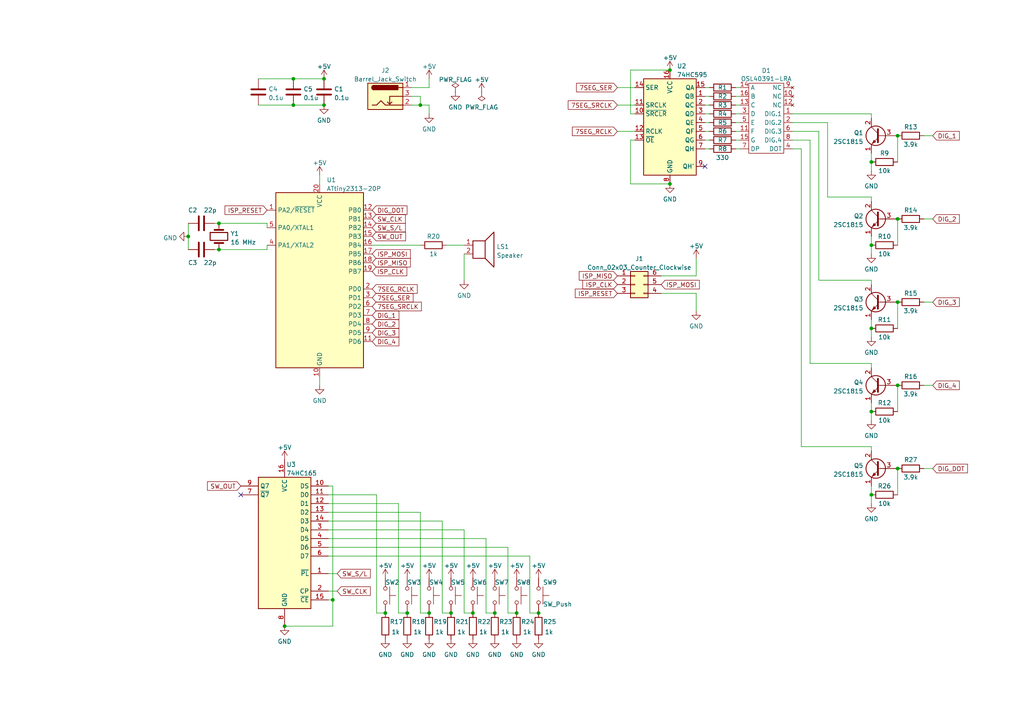
<source format=kicad_sch>
(kicad_sch (version 20211123) (generator eeschema)
  (paper "A4")
  (title_block (title "4Digit 7Segment Clock") (date "2023-06-29") (rev "v0.0.1") (company "shimo8810"))
  (lib_symbols
    (symbol "74xx:74HC165"
      (property "Reference" "U" (at -7.62 19.05 0))
      (property "Value" "74HC165" (at -7.62 -21.59 0))
      (symbol "74HC165_1_0"
        (pin input line (at -12.7 -10.16 0) (length 5.08) (name "~{PL}") (number "1"))
        (pin input line (at -12.7 15.24 0) (length 5.08) (name "DS") (number "10"))
        (pin input line (at -12.7 12.7 0) (length 5.08) (name "D0") (number "11"))
        (pin input line (at -12.7 10.16 0) (length 5.08) (name "D1") (number "12"))
        (pin input line (at -12.7 7.62 0) (length 5.08) (name "D2") (number "13"))
        (pin input line (at -12.7 5.08 0) (length 5.08) (name "D3") (number "14"))
        (pin input line (at -12.7 -17.78 0) (length 5.08) (name "~{CE}") (number "15"))
        (pin power_in line (at 0 22.86 270) (length 5.08) (name "VCC") (number "16"))
        (pin input line (at -12.7 -15.24 0) (length 5.08) (name "CP") (number "2"))
        (pin input line (at -12.7 2.54 0) (length 5.08) (name "D4") (number "3"))
        (pin input line (at -12.7 0 0) (length 5.08) (name "D5") (number "4"))
        (pin input line (at -12.7 -2.54 0) (length 5.08) (name "D6") (number "5"))
        (pin input line (at -12.7 -5.08 0) (length 5.08) (name "D7") (number "6"))
        (pin output line (at 12.7 12.7 180) (length 5.08) (name "~{Q7}") (number "7"))
        (pin power_in line (at 0 -25.4 90) (length 5.08) (name "GND") (number "8"))
        (pin output line (at 12.7 15.24 180) (length 5.08) (name "Q7") (number "9"))
      )
      (symbol "74HC165_1_1"
        (rectangle (start -7.62 17.78) (end 7.62 -20.32) (stroke (width 0.254)) (fill (type background)))
      )
    )
    (symbol "74xx:74HC595"
      (property "Reference" "U" (at -7.62 13.97 0))
      (property "Value" "74HC595" (at -7.62 -16.51 0))
      (symbol "74HC595_1_0"
        (pin tri_state line (at 10.16 7.62 180) (length 2.54) (name "QB") (number "1"))
        (pin input line (at -10.16 2.54 0) (length 2.54) (name "~{SRCLR}") (number "10"))
        (pin input line (at -10.16 5.08 0) (length 2.54) (name "SRCLK") (number "11"))
        (pin input line (at -10.16 -2.54 0) (length 2.54) (name "RCLK") (number "12"))
        (pin input line (at -10.16 -5.08 0) (length 2.54) (name "~{OE}") (number "13"))
        (pin input line (at -10.16 10.16 0) (length 2.54) (name "SER") (number "14"))
        (pin tri_state line (at 10.16 10.16 180) (length 2.54) (name "QA") (number "15"))
        (pin power_in line (at 0 15.24 270) (length 2.54) (name "VCC") (number "16"))
        (pin tri_state line (at 10.16 5.08 180) (length 2.54) (name "QC") (number "2"))
        (pin tri_state line (at 10.16 2.54 180) (length 2.54) (name "QD") (number "3"))
        (pin tri_state line (at 10.16 0 180) (length 2.54) (name "QE") (number "4"))
        (pin tri_state line (at 10.16 -2.54 180) (length 2.54) (name "QF") (number "5"))
        (pin tri_state line (at 10.16 -5.08 180) (length 2.54) (name "QG") (number "6"))
        (pin tri_state line (at 10.16 -7.62 180) (length 2.54) (name "QH") (number "7"))
        (pin power_in line (at 0 -17.78 90) (length 2.54) (name "GND") (number "8"))
        (pin output line (at 10.16 -12.7 180) (length 2.54) (name "QH'") (number "9"))
      )
      (symbol "74HC595_1_1"
        (rectangle (start -7.62 12.7) (end 7.62 -15.24) (stroke (width 0.254)) (fill (type background)))
      )
    )
    (symbol "Connector:Barrel_Jack_Switch" (pin_names hide)
      (property "Reference" "J" (at 0 5.334 0))
      (property "Value" "Barrel_Jack_Switch" (at 0 -5.08 0))
      (symbol "Barrel_Jack_Switch_0_1"
        (rectangle (start -5.08 3.81) (end 5.08 -3.81) (stroke (width 0.254)) (fill (type background)))
        (arc (start -3.302 3.175) (mid -3.937 2.54) (end -3.302 1.905) (stroke (width 0.254)))
        (arc (start -3.302 3.175) (mid -3.937 2.54) (end -3.302 1.905) (stroke (width 0.254)) (fill (type outline)))
        (polyline (pts (xy 1.27 -2.286) (xy 1.905 -1.651)) (stroke (width 0.254)))
        (polyline (pts (xy 5.08 2.54) (xy 3.81 2.54)) (stroke (width 0.254)))
        (polyline (pts (xy 5.08 0) (xy 1.27 0) (xy 1.27 -2.286) (xy 0.635 -1.651)) (stroke (width 0.254)))
        (polyline (pts (xy -3.81 -2.54) (xy -2.54 -2.54) (xy -1.27 -1.27) (xy 0 -2.54) (xy 2.54 -2.54) (xy 5.08 -2.54)) (stroke (width 0.254)))
        (rectangle (start 3.683 3.175) (end -3.302 1.905) (stroke (width 0.254)) (fill (type outline)))
      )
      (symbol "Barrel_Jack_Switch_1_1"
        (pin passive line (at 7.62 2.54 180) (length 2.54) (name "~") (number "1"))
        (pin passive line (at 7.62 -2.54 180) (length 2.54) (name "~") (number "2"))
        (pin passive line (at 7.62 0 180) (length 2.54) (name "~") (number "3"))
      )
    )
    (symbol "Connector_Generic:Conn_02x03_Counter_Clockwise" (pin_names (offset 1.016) hide)
      (property "Reference" "J" (at 1.27 5.08 0))
      (property "Value" "Conn_02x03_Counter_Clockwise" (at 1.27 -5.08 0))
      (symbol "Conn_02x03_Counter_Clockwise_1_1"
        (rectangle (start -1.27 -2.413) (end 0 -2.667) (stroke (width 0.1524)))
        (rectangle (start -1.27 0.127) (end 0 -0.127) (stroke (width 0.1524)))
        (rectangle (start -1.27 2.667) (end 0 2.413) (stroke (width 0.1524)))
        (rectangle (start -1.27 3.81) (end 3.81 -3.81) (stroke (width 0.254)) (fill (type background)))
        (rectangle (start 3.81 -2.413) (end 2.54 -2.667) (stroke (width 0.1524)))
        (rectangle (start 3.81 0.127) (end 2.54 -0.127) (stroke (width 0.1524)))
        (rectangle (start 3.81 2.667) (end 2.54 2.413) (stroke (width 0.1524)))
        (pin passive line (at -5.08 2.54 0) (length 3.81) (name "Pin_1") (number "1"))
        (pin passive line (at -5.08 0 0) (length 3.81) (name "Pin_2") (number "2"))
        (pin passive line (at -5.08 -2.54 0) (length 3.81) (name "Pin_3") (number "3"))
        (pin passive line (at 7.62 -2.54 180) (length 3.81) (name "Pin_4") (number "4"))
        (pin passive line (at 7.62 0 180) (length 3.81) (name "Pin_5") (number "5"))
        (pin passive line (at 7.62 2.54 180) (length 3.81) (name "Pin_6") (number "6"))
      )
    )
    (symbol "Device:C" (pin_numbers hide) (pin_names (offset 0.254))
      (property "Reference" "C" (at 0.635 2.54 0))
      (property "Value" "C" (at 0.635 -2.54 0))
      (symbol "C_0_1"
        (polyline (pts (xy -2.032 -0.762) (xy 2.032 -0.762)) (stroke (width 0.508)))
        (polyline (pts (xy -2.032 0.762) (xy 2.032 0.762)) (stroke (width 0.508)))
      )
      (symbol "C_1_1"
        (pin passive line (at 0 3.81 270) (length 2.794) (name "~") (number "1"))
        (pin passive line (at 0 -3.81 90) (length 2.794) (name "~") (number "2"))
      )
    )
    (symbol "Device:Crystal" (pin_numbers hide) (pin_names (offset 1.016) hide)
      (property "Reference" "Y" (at 0 3.81 0))
      (property "Value" "Crystal" (at 0 -3.81 0))
      (symbol "Crystal_0_1"
        (rectangle (start -1.143 2.54) (end 1.143 -2.54) (stroke (width 0.3048)))
        (polyline (pts (xy -2.54 0) (xy -1.905 0)))
        (polyline (pts (xy -1.905 -1.27) (xy -1.905 1.27)) (stroke (width 0.508)))
        (polyline (pts (xy 1.905 -1.27) (xy 1.905 1.27)) (stroke (width 0.508)))
        (polyline (pts (xy 2.54 0) (xy 1.905 0)))
      )
      (symbol "Crystal_1_1"
        (pin passive line (at -3.81 0 0) (length 1.27) (name "1") (number "1"))
        (pin passive line (at 3.81 0 180) (length 1.27) (name "2") (number "2"))
      )
    )
    (symbol "Device:R" (pin_numbers hide) (pin_names (offset 0))
      (property "Reference" "R" (at 2.032 0 90))
      (property "Value" "R" (at 0 0 90))
      (symbol "R_0_1"
        (rectangle (start -1.016 -2.54) (end 1.016 2.54) (stroke (width 0.254)))
      )
      (symbol "R_1_1"
        (pin passive line (at 0 3.81 270) (length 1.27) (name "~") (number "1"))
        (pin passive line (at 0 -3.81 90) (length 1.27) (name "~") (number "2"))
      )
    )
    (symbol "Device:Speaker" (pin_names (offset 0) hide)
      (property "Reference" "LS" (at 1.27 5.715 0))
      (property "Value" "Speaker" (at 1.27 3.81 0))
      (symbol "Speaker_0_0"
        (rectangle (start -2.54 1.27) (end 1.016 -3.81) (stroke (width 0.254)))
        (polyline (pts (xy 1.016 1.27) (xy 3.556 3.81) (xy 3.556 -6.35) (xy 1.016 -3.81)) (stroke (width 0.254)))
      )
      (symbol "Speaker_1_1"
        (pin input line (at -5.08 0 0) (length 2.54) (name "1") (number "1"))
        (pin input line (at -5.08 -2.54 0) (length 2.54) (name "2") (number "2"))
      )
    )
    (symbol "MCU_Microchip_ATtiny:ATtiny2313-20P"
      (property "Reference" "U" (at -12.7 26.67 0))
      (property "Value" "ATtiny2313-20P" (at 2.54 -26.67 0))
      (symbol "ATtiny2313-20P_0_1"
        (rectangle (start -12.7 -25.4) (end 12.7 25.4) (stroke (width 0.254)) (fill (type background)))
      )
      (symbol "ATtiny2313-20P_1_1"
        (pin bidirectional line (at -15.24 20.32 0) (length 2.54) (name "PA2/~{RESET}") (number "1"))
        (pin power_in line (at 0 -27.94 90) (length 2.54) (name "GND") (number "10"))
        (pin bidirectional line (at 15.24 -17.78 180) (length 2.54) (name "PD6") (number "11"))
        (pin bidirectional line (at 15.24 20.32 180) (length 2.54) (name "PB0") (number "12"))
        (pin bidirectional line (at 15.24 17.78 180) (length 2.54) (name "PB1") (number "13"))
        (pin bidirectional line (at 15.24 15.24 180) (length 2.54) (name "PB2") (number "14"))
        (pin bidirectional line (at 15.24 12.7 180) (length 2.54) (name "PB3") (number "15"))
        (pin bidirectional line (at 15.24 10.16 180) (length 2.54) (name "PB4") (number "16"))
        (pin bidirectional line (at 15.24 7.62 180) (length 2.54) (name "PB5") (number "17"))
        (pin bidirectional line (at 15.24 5.08 180) (length 2.54) (name "PB6") (number "18"))
        (pin bidirectional line (at 15.24 2.54 180) (length 2.54) (name "PB7") (number "19"))
        (pin bidirectional line (at 15.24 -2.54 180) (length 2.54) (name "PD0") (number "2"))
        (pin power_in line (at 0 27.94 270) (length 2.54) (name "VCC") (number "20"))
        (pin bidirectional line (at 15.24 -5.08 180) (length 2.54) (name "PD1") (number "3"))
        (pin bidirectional line (at -15.24 10.16 0) (length 2.54) (name "PA1/XTAL2") (number "4"))
        (pin bidirectional line (at -15.24 15.24 0) (length 2.54) (name "PA0/XTAL1") (number "5"))
        (pin bidirectional line (at 15.24 -7.62 180) (length 2.54) (name "PD2") (number "6"))
        (pin bidirectional line (at 15.24 -10.16 180) (length 2.54) (name "PD3") (number "7"))
        (pin bidirectional line (at 15.24 -12.7 180) (length 2.54) (name "PD4") (number "8"))
        (pin bidirectional line (at 15.24 -15.24 180) (length 2.54) (name "PD5") (number "9"))
      )
    )
    (symbol "R_1" (pin_numbers hide) (pin_names (offset 0) hide)
      (property "Reference" "R" (at 2.032 0 90))
      (property "Value" "R_1" (at 0 0 90))
      (symbol "R_1_0_1"
        (rectangle (start -1.016 -2.54) (end 1.016 2.54) (stroke (width 0.254)))
      )
      (symbol "R_1_1_1"
        (pin passive line (at 0 3.81 270) (length 1.27) (name "~") (number "1"))
        (pin passive line (at 0 -3.81 90) (length 1.27) (name "~") (number "2"))
      )
    )
    (symbol "Switch:SW_Push" (pin_numbers hide) (pin_names (offset 1.016) hide)
      (property "Reference" "SW" (at 1.27 2.54 0))
      (property "Value" "SW_Push" (at 0 -1.524 0))
      (symbol "SW_Push_0_1"
        (circle (center -2.032 0) (radius 0.508))
        (polyline (pts (xy 0 1.27) (xy 0 3.048)))
        (polyline (pts (xy 2.54 1.27) (xy -2.54 1.27)))
        (circle (center 2.032 0) (radius 0.508))
        (pin passive line (at -5.08 0 0) (length 2.54) (name "1") (number "1"))
        (pin passive line (at 5.08 0 180) (length 2.54) (name "2") (number "2"))
      )
    )
    (symbol "Transistor_BJT:2SC1815" (pin_names (offset 0) hide)
      (property "Reference" "Q" (at 5.08 1.905 0))
      (property "Value" "2SC1815" (at 5.08 0 0))
      (symbol "2SC1815_0_1"
        (polyline (pts (xy 0 0) (xy 0.508 0)))
        (polyline (pts (xy 0.635 0.635) (xy 2.54 2.54)))
        (polyline (pts (xy 0.635 -0.635) (xy 2.54 -2.54) (xy 2.54 -2.54)))
        (polyline (pts (xy 0.635 1.905) (xy 0.635 -1.905) (xy 0.635 -1.905)) (stroke (width 0.508)))
        (polyline (pts (xy 1.27 -1.778) (xy 1.778 -1.27) (xy 2.286 -2.286) (xy 1.27 -1.778) (xy 1.27 -1.778)) (fill (type outline)))
        (circle (center 1.27 0) (radius 2.8194) (stroke (width 0.254)))
      )
      (symbol "2SC1815_1_1"
        (pin passive line (at 2.54 -5.08 90) (length 2.54) (name "E") (number "1"))
        (pin passive line (at 2.54 5.08 270) (length 2.54) (name "C") (number "2"))
        (pin input line (at -5.08 0 0) (length 5.08) (name "B") (number "3"))
      )
    )
    (symbol "clock:OSL40391-LRA"
      (property "Reference" "D" (at 0 11.43 0))
      (property "Value" "OSL40391-LRA" (at 0 -11.43 0))
      (symbol "OSL40391-LRA_0_1"
        (rectangle (start -3.81 10.16) (end 6.35 -10.16) (stroke (width 0.1524)))
      )
      (symbol "OSL40391-LRA_1_1"
        (pin passive line (at 8.89 1.27 180) (length 2.54) (name "DIG.1") (number "1"))
        (pin no_connect line (at 8.89 6.35 180) (length 2.54) (name "NC") (number "10"))
        (pin passive line (at -6.35 -3.81 0) (length 2.54) (name "F") (number "11"))
        (pin no_connect line (at 8.89 3.81 180) (length 2.54) (name "NC") (number "12"))
        (pin passive line (at -6.35 3.81 0) (length 2.54) (name "C") (number "13"))
        (pin passive line (at -6.35 8.89 0) (length 2.54) (name "A") (number "14"))
        (pin passive line (at -6.35 -6.35 0) (length 2.54) (name "G") (number "15"))
        (pin passive line (at -6.35 6.35 0) (length 2.54) (name "B") (number "16"))
        (pin passive line (at 8.89 -1.27 180) (length 2.54) (name "DIG.2") (number "2"))
        (pin passive line (at -6.35 1.27 0) (length 2.54) (name "D") (number "3"))
        (pin passive line (at 8.89 -8.89 180) (length 2.54) (name "DOT") (number "4"))
        (pin passive line (at -6.35 -1.27 0) (length 2.54) (name "E") (number "5"))
        (pin passive line (at 8.89 -3.81 180) (length 2.54) (name "DIG.3") (number "6"))
        (pin passive line (at -6.35 -8.89 0) (length 2.54) (name "DP") (number "7"))
        (pin passive line (at 8.89 -6.35 180) (length 2.54) (name "DIG.4") (number "8"))
        (pin no_connect line (at 8.89 8.89 180) (length 2.54) (name "NC") (number "9"))
      )
    )
    (symbol "power:+5V" (power) (pin_names (offset 0))
      (property "Value" "+5V" (at 0 3.556 0))
      (symbol "+5V_0_1"
        (polyline (pts (xy -0.762 1.27) (xy 0 2.54)))
        (polyline (pts (xy 0 0) (xy 0 2.54)))
        (polyline (pts (xy 0 2.54) (xy 0.762 1.27)))
      )
      (symbol "+5V_1_1"
        (pin power_in line (at 0 0 90) (length 0) hide (name "+5V") (number "1"))
      )
    )
    (symbol "power:GND" (power) (pin_names (offset 0))
      (property "Value" "GND" (at 0 -3.81 0))
      (symbol "GND_0_1"
        (polyline (pts (xy 0 0) (xy 0 -1.27) (xy 1.27 -1.27) (xy 0 -2.54) (xy -1.27 -1.27) (xy 0 -1.27)))
      )
      (symbol "GND_1_1"
        (pin power_in line (at 0 0 270) (length 0) hide (name "GND") (number "1"))
      )
    )
    (symbol "power:PWR_FLAG" (power) (pin_numbers hide) (pin_names (offset 0) hide)
      (property "Value" "PWR_FLAG" (at 0 3.81 0))
      (symbol "PWR_FLAG_0_0"
        (pin power_out line (at 0 0 90) (length 0) (name "pwr") (number "1"))
      )
      (symbol "PWR_FLAG_0_1"
        (polyline (pts (xy 0 0) (xy 0 1.27) (xy -1.016 1.905) (xy 0 2.54) (xy 1.016 1.905) (xy 0 1.27)))
      )
    )
  )
  (junction (at 85.09 30.48))
  (junction (at 149.86 177.8))
  (junction (at 252.73 119.38))
  (junction (at 252.73 46.99))
  (junction (at 121.92 30.48))
  (junction (at 143.51 177.8))
  (junction (at 124.46 177.8))
  (junction (at 85.09 22.86))
  (junction (at 111.76 177.8))
  (junction (at 260.35 111.76))
  (junction (at 63.5 64.77))
  (junction (at 82.55 181.61))
  (junction (at 96.52 173.99))
  (junction (at 260.35 63.5))
  (junction (at 252.73 95.25))
  (junction (at 130.81 177.8))
  (junction (at 156.21 177.8))
  (junction (at 252.73 143.51))
  (junction (at 118.11 177.8))
  (junction (at 137.16 177.8))
  (junction (at 63.5 72.39))
  (junction (at 252.73 71.12))
  (junction (at 194.31 20.32))
  (junction (at 260.35 135.89))
  (junction (at 260.35 87.63))
  (junction (at 194.31 53.34))
  (junction (at 54.61 68.58))
  (junction (at 260.35 39.37))
  (junction (at 93.98 30.48))
  (junction (at 93.98 22.86))
  (no_connect (at 69.85 143.51))
  (no_connect (at 204.47 48.26))
  (wire (pts (xy 77.47 72.39) (xy 63.5 72.39)))
  (wire (pts (xy 182.88 53.34) (xy 194.31 53.34)))
  (wire (pts (xy 252.73 119.38) (xy 252.73 121.92)))
  (wire (pts (xy 95.25 161.29) (xy 153.67 161.29)))
  (wire (pts (xy 204.47 35.56) (xy 205.74 35.56)))
  (wire (pts (xy 213.36 25.4) (xy 214.63 25.4)))
  (wire (pts (xy 252.73 33.02) (xy 252.73 34.29)))
  (wire (pts (xy 229.87 33.02) (xy 252.73 33.02)))
  (wire (pts (xy 252.73 143.51) (xy 252.73 146.05)))
  (wire (pts (xy 213.36 38.1) (xy 214.63 38.1)))
  (wire (pts (xy 267.97 135.89) (xy 270.51 135.89)))
  (wire (pts (xy 260.35 87.63) (xy 260.35 95.25)))
  (wire (pts (xy 54.61 68.58) (xy 54.61 72.39)))
  (wire (pts (xy 229.87 40.64) (xy 234.95 40.64)))
  (wire (pts (xy 153.67 161.29) (xy 153.67 177.8)))
  (wire (pts (xy 267.97 87.63) (xy 270.51 87.63)))
  (wire (pts (xy 95.25 156.21) (xy 140.97 156.21)))
  (wire (pts (xy 96.52 140.97) (xy 96.52 173.99)))
  (wire (pts (xy 201.93 85.09) (xy 201.93 90.17)))
  (wire (pts (xy 201.93 74.93) (xy 201.93 80.01)))
  (wire (pts (xy 115.57 146.05) (xy 115.57 177.8)))
  (wire (pts (xy 267.97 63.5) (xy 270.51 63.5)))
  (wire (pts (xy 237.49 38.1) (xy 237.49 81.28)))
  (wire (pts (xy 237.49 81.28) (xy 252.73 81.28)))
  (wire (pts (xy 252.73 105.41) (xy 252.73 106.68)))
  (wire (pts (xy 240.03 57.15) (xy 252.73 57.15)))
  (wire (pts (xy 119.38 27.94) (xy 121.92 27.94)))
  (wire (pts (xy 95.25 140.97) (xy 96.52 140.97)))
  (wire (pts (xy 149.86 177.8) (xy 147.32 177.8)))
  (wire (pts (xy 182.88 20.32) (xy 194.31 20.32)))
  (wire (pts (xy 96.52 173.99) (xy 95.25 173.99)))
  (wire (pts (xy 213.36 43.18) (xy 214.63 43.18)))
  (wire (pts (xy 252.73 95.25) (xy 252.73 97.79)))
  (wire (pts (xy 95.25 148.59) (xy 121.92 148.59)))
  (wire (pts (xy 137.16 177.8) (xy 134.62 177.8)))
  (wire (pts (xy 213.36 33.02) (xy 214.63 33.02)))
  (wire (pts (xy 182.88 33.02) (xy 182.88 20.32)))
  (wire (pts (xy 92.71 50.8) (xy 92.71 53.34)))
  (wire (pts (xy 82.55 181.61) (xy 96.52 181.61)))
  (wire (pts (xy 213.36 30.48) (xy 214.63 30.48)))
  (wire (pts (xy 179.07 30.48) (xy 184.15 30.48)))
  (wire (pts (xy 252.73 57.15) (xy 252.73 58.42)))
  (wire (pts (xy 63.5 64.77) (xy 77.47 64.77)))
  (wire (pts (xy 109.22 143.51) (xy 109.22 177.8)))
  (wire (pts (xy 252.73 46.99) (xy 252.73 49.53)))
  (wire (pts (xy 119.38 25.4) (xy 124.46 25.4)))
  (wire (pts (xy 140.97 156.21) (xy 140.97 177.8)))
  (wire (pts (xy 96.52 181.61) (xy 96.52 173.99)))
  (wire (pts (xy 204.47 43.18) (xy 205.74 43.18)))
  (wire (pts (xy 118.11 177.8) (xy 115.57 177.8)))
  (wire (pts (xy 124.46 30.48) (xy 124.46 33.02)))
  (wire (pts (xy 121.92 27.94) (xy 121.92 30.48)))
  (wire (pts (xy 97.79 171.45) (xy 95.25 171.45)))
  (wire (pts (xy 62.23 72.39) (xy 63.5 72.39)))
  (wire (pts (xy 260.35 111.76) (xy 260.35 119.38)))
  (wire (pts (xy 95.25 143.51) (xy 109.22 143.51)))
  (wire (pts (xy 252.73 44.45) (xy 252.73 46.99)))
  (wire (pts (xy 95.25 146.05) (xy 115.57 146.05)))
  (wire (pts (xy 128.27 151.13) (xy 128.27 177.8)))
  (wire (pts (xy 134.62 73.66) (xy 134.62 81.28)))
  (wire (pts (xy 252.73 71.12) (xy 252.73 73.66)))
  (wire (pts (xy 77.47 64.77) (xy 77.47 66.04)))
  (wire (pts (xy 260.35 135.89) (xy 260.35 143.51)))
  (wire (pts (xy 179.07 25.4) (xy 184.15 25.4)))
  (wire (pts (xy 85.09 22.86) (xy 93.98 22.86)))
  (wire (pts (xy 95.25 158.75) (xy 147.32 158.75)))
  (wire (pts (xy 232.41 43.18) (xy 232.41 129.54)))
  (wire (pts (xy 124.46 22.86) (xy 124.46 25.4)))
  (wire (pts (xy 252.73 68.58) (xy 252.73 71.12)))
  (wire (pts (xy 213.36 27.94) (xy 214.63 27.94)))
  (wire (pts (xy 260.35 39.37) (xy 260.35 46.99)))
  (wire (pts (xy 129.54 71.12) (xy 134.62 71.12)))
  (wire (pts (xy 267.97 39.37) (xy 270.51 39.37)))
  (wire (pts (xy 204.47 30.48) (xy 205.74 30.48)))
  (wire (pts (xy 182.88 40.64) (xy 182.88 53.34)))
  (wire (pts (xy 252.73 140.97) (xy 252.73 143.51)))
  (wire (pts (xy 267.97 111.76) (xy 270.51 111.76)))
  (wire (pts (xy 62.23 64.77) (xy 63.5 64.77)))
  (wire (pts (xy 234.95 40.64) (xy 234.95 105.41)))
  (wire (pts (xy 213.36 35.56) (xy 214.63 35.56)))
  (wire (pts (xy 182.88 40.64) (xy 184.15 40.64)))
  (wire (pts (xy 232.41 129.54) (xy 252.73 129.54)))
  (wire (pts (xy 252.73 116.84) (xy 252.73 119.38)))
  (wire (pts (xy 179.07 38.1) (xy 184.15 38.1)))
  (wire (pts (xy 204.47 40.64) (xy 205.74 40.64)))
  (wire (pts (xy 201.93 85.09) (xy 191.77 85.09)))
  (wire (pts (xy 54.61 64.77) (xy 54.61 68.58)))
  (wire (pts (xy 156.21 177.8) (xy 153.67 177.8)))
  (wire (pts (xy 119.38 30.48) (xy 121.92 30.48)))
  (wire (pts (xy 204.47 27.94) (xy 205.74 27.94)))
  (wire (pts (xy 95.25 153.67) (xy 134.62 153.67)))
  (wire (pts (xy 134.62 153.67) (xy 134.62 177.8)))
  (wire (pts (xy 201.93 80.01) (xy 191.77 80.01)))
  (wire (pts (xy 92.71 111.76) (xy 92.71 109.22)))
  (wire (pts (xy 252.73 81.28) (xy 252.73 82.55)))
  (wire (pts (xy 97.79 166.37) (xy 95.25 166.37)))
  (wire (pts (xy 85.09 30.48) (xy 93.98 30.48)))
  (wire (pts (xy 111.76 177.8) (xy 109.22 177.8)))
  (wire (pts (xy 147.32 158.75) (xy 147.32 177.8)))
  (wire (pts (xy 213.36 40.64) (xy 214.63 40.64)))
  (wire (pts (xy 95.25 151.13) (xy 128.27 151.13)))
  (wire (pts (xy 204.47 33.02) (xy 205.74 33.02)))
  (wire (pts (xy 184.15 33.02) (xy 182.88 33.02)))
  (wire (pts (xy 107.95 71.12) (xy 121.92 71.12)))
  (wire (pts (xy 234.95 105.41) (xy 252.73 105.41)))
  (wire (pts (xy 74.93 22.86) (xy 85.09 22.86)))
  (wire (pts (xy 229.87 38.1) (xy 237.49 38.1)))
  (wire (pts (xy 252.73 92.71) (xy 252.73 95.25)))
  (wire (pts (xy 121.92 148.59) (xy 121.92 177.8)))
  (wire (pts (xy 77.47 71.12) (xy 77.47 72.39)))
  (wire (pts (xy 240.03 35.56) (xy 240.03 57.15)))
  (wire (pts (xy 204.47 38.1) (xy 205.74 38.1)))
  (wire (pts (xy 124.46 177.8) (xy 121.92 177.8)))
  (wire (pts (xy 229.87 43.18) (xy 232.41 43.18)))
  (wire (pts (xy 74.93 30.48) (xy 85.09 30.48)))
  (wire (pts (xy 204.47 25.4) (xy 205.74 25.4)))
  (wire (pts (xy 121.92 30.48) (xy 124.46 30.48)))
  (wire (pts (xy 130.81 177.8) (xy 128.27 177.8)))
  (wire (pts (xy 143.51 177.8) (xy 140.97 177.8)))
  (wire (pts (xy 229.87 35.56) (xy 240.03 35.56)))
  (wire (pts (xy 260.35 63.5) (xy 260.35 71.12)))
  (wire (pts (xy 252.73 129.54) (xy 252.73 130.81)))
  (global_label "SW_S{slash}L" (shape input) (at 107.95 66.04 0) (property "シート間のリファレンス" "${INTERSHEET_REFS}" (effects hide)))
  (global_label "DIG_1" (shape input) (at 270.51 39.37 0) (property "シート間のリファレンス" "${INTERSHEET_REFS}" (effects hide)))
  (global_label "ISP_MOSI" (shape input) (at 191.77 82.55 0) (property "シート間のリファレンス" "${INTERSHEET_REFS}" (effects hide)))
  (global_label "ISP_RESET" (shape input) (at 179.07 85.09 180) (property "シート間のリファレンス" "${INTERSHEET_REFS}" (effects hide)))
  (global_label "DIG_3" (shape input) (at 270.51 87.63 0) (property "シート間のリファレンス" "${INTERSHEET_REFS}" (effects hide)))
  (global_label "7SEG_SER" (shape input) (at 179.07 25.4 180) (property "シート間のリファレンス" "${INTERSHEET_REFS}" (effects hide)))
  (global_label "7SEG_RCLK" (shape input) (at 107.95 83.82 0) (property "シート間のリファレンス" "${INTERSHEET_REFS}" (effects hide)))
  (global_label "7SEG_SER" (shape input) (at 107.95 86.36 0) (property "シート間のリファレンス" "${INTERSHEET_REFS}" (effects hide)))
  (global_label "SW_CLK" (shape input) (at 97.79 171.45 0) (property "シート間のリファレンス" "${INTERSHEET_REFS}" (effects hide)))
  (global_label "7SEG_SRCLK" (shape input) (at 107.95 88.9 0) (property "シート間のリファレンス" "${INTERSHEET_REFS}" (effects hide)))
  (global_label "SW_OUT" (shape input) (at 107.95 68.58 0) (property "シート間のリファレンス" "${INTERSHEET_REFS}" (effects hide)))
  (global_label "SW_CLK" (shape input) (at 107.95 63.5 0) (property "シート間のリファレンス" "${INTERSHEET_REFS}" (effects hide)))
  (global_label "ISP_CLK" (shape input) (at 107.95 78.74 0) (property "シート間のリファレンス" "${INTERSHEET_REFS}" (effects hide)))
  (global_label "DIG_DOT" (shape input) (at 270.51 135.89 0) (property "シート間のリファレンス" "${INTERSHEET_REFS}" (effects hide)))
  (global_label "ISP_CLK" (shape input) (at 179.07 82.55 180) (property "シート間のリファレンス" "${INTERSHEET_REFS}" (effects hide)))
  (global_label "7SEG_SRCLK" (shape input) (at 179.07 30.48 180) (property "シート間のリファレンス" "${INTERSHEET_REFS}" (effects hide)))
  (global_label "ISP_MISO" (shape input) (at 107.95 76.2 0) (property "シート間のリファレンス" "${INTERSHEET_REFS}" (effects hide)))
  (global_label "DIG_4" (shape input) (at 270.51 111.76 0) (property "シート間のリファレンス" "${INTERSHEET_REFS}" (effects hide)))
  (global_label "DIG_DOT" (shape input) (at 107.95 60.96 0) (property "シート間のリファレンス" "${INTERSHEET_REFS}" (effects hide)))
  (global_label "ISP_MISO" (shape input) (at 179.07 80.01 180) (property "シート間のリファレンス" "${INTERSHEET_REFS}" (effects hide)))
  (global_label "SW_OUT" (shape input) (at 69.85 140.97 180) (property "シート間のリファレンス" "${INTERSHEET_REFS}" (effects hide)))
  (global_label "ISP_MOSI" (shape input) (at 107.95 73.66 0) (property "シート間のリファレンス" "${INTERSHEET_REFS}" (effects hide)))
  (global_label "DIG_4" (shape input) (at 107.95 99.06 0) (property "シート間のリファレンス" "${INTERSHEET_REFS}" (effects hide)))
  (global_label "7SEG_RCLK" (shape input) (at 179.07 38.1 180) (property "シート間のリファレンス" "${INTERSHEET_REFS}" (effects hide)))
  (global_label "DIG_2" (shape input) (at 270.51 63.5 0) (property "シート間のリファレンス" "${INTERSHEET_REFS}" (effects hide)))
  (global_label "ISP_RESET" (shape input) (at 77.47 60.96 180) (property "シート間のリファレンス" "${INTERSHEET_REFS}" (effects hide)))
  (global_label "DIG_2" (shape input) (at 107.95 93.98 0) (property "シート間のリファレンス" "${INTERSHEET_REFS}" (effects hide)))
  (global_label "SW_S{slash}L" (shape input) (at 97.79 166.37 0) (property "シート間のリファレンス" "${INTERSHEET_REFS}" (effects hide)))
  (global_label "DIG_3" (shape input) (at 107.95 96.52 0) (property "シート間のリファレンス" "${INTERSHEET_REFS}" (effects hide)))
  (global_label "DIG_1" (shape input) (at 107.95 91.44 0) (property "シート間のリファレンス" "${INTERSHEET_REFS}" (effects hide)))
  (symbol (lib_id "power:GND") (at 118.11 185.42 0) (unit 1)
    (property "Reference" "#PWR0123" (effects hide))
    (property "Value" "GND" (at 118.11 189.8634 0))
  )
  (symbol (lib_id "power:GND") (at 124.46 33.02 0) (unit 1)
    (property "Reference" "#PWR011" (effects hide))
    (property "Value" "GND" (at 124.46 37.4634 0))
  )
  (symbol (lib_id "Device:R") (at 209.55 25.4 90) (unit 1)
    (property "Reference" "R1" (at 209.55 25.4 90))
    (property "Value" "330" (at 209.55 45.72 90))
    (property "Footprint" "Resistor_THT:R_Axial_DIN0207_L6.3mm_D2.5mm_P7.62mm_Horizontal" (effects hide))
  )
  (symbol (lib_id "power:GND") (at 92.71 111.76 0) (unit 1)
    (property "Reference" "#PWR04" (effects hide))
    (property "Value" "GND" (at 92.71 116.2034 0))
  )
  (symbol (lib_id "74xx:74HC595") (at 194.31 35.56 0) (unit 1)
    (property "Reference" "U2" (at 196.3294 19.1602 0) (effects (justify left)))
    (property "Value" "74HC595" (at 196.3294 21.6971 0) (effects (justify left)))
    (property "Footprint" "Package_DIP:DIP-16_W7.62mm" (effects hide))
    (property "Datasheet" "http://www.ti.com/lit/ds/symlink/sn74hc595.pdf" (effects hide))
  )
  (symbol (lib_id "Transistor_BJT:2SC1815") (at 255.27 111.76 0) (mirror y) (unit 1)
    (property "Reference" "Q4" (at 250.4187 110.9253 0) (effects (justify left)))
    (property "Value" "2SC1815" (at 250.4187 113.4622 0) (effects (justify left)))
    (property "Footprint" "Package_TO_SOT_THT:TO-92_Inline" (effects hide))
    (property "Datasheet" "https://media.digikey.com/pdf/Data%20Sheets/Toshiba%20PDFs/2SC1815.pdf" (effects hide))
  )
  (symbol (lib_id "Device:R") (at 137.16 181.61 0) (unit 1)
    (property "Reference" "R22" (at 138.43 180.34 0) (effects (justify left)))
    (property "Value" "1k" (at 138.938 183.3122 0) (effects (justify left)))
    (property "Footprint" "Resistor_THT:R_Axial_DIN0207_L6.3mm_D2.5mm_P7.62mm_Horizontal" (effects hide))
  )
  (symbol (lib_id "Device:R") (at 143.51 181.61 0) (unit 1)
    (property "Reference" "R23" (at 144.78 180.34 0) (effects (justify left)))
    (property "Value" "1k" (at 145.288 183.3122 0) (effects (justify left)))
    (property "Footprint" "Resistor_THT:R_Axial_DIN0207_L6.3mm_D2.5mm_P7.62mm_Horizontal" (effects hide))
  )
  (symbol (lib_id "Device:R") (at 264.16 87.63 90) (unit 1)
    (property "Reference" "R15" (at 264.16 85.09 90))
    (property "Value" "3.9k" (at 264.16 90.17 90))
    (property "Footprint" "Resistor_THT:R_Axial_DIN0207_L6.3mm_D2.5mm_P7.62mm_Horizontal" (effects hide))
  )
  (symbol (lib_id "Device:R") (at 209.55 27.94 90) (unit 1)
    (property "Reference" "R2" (at 209.55 27.94 90))
    (property "Value" "330" (effects hide))
    (property "Footprint" "Resistor_THT:R_Axial_DIN0207_L6.3mm_D2.5mm_P7.62mm_Horizontal" (effects hide))
  )
  (symbol (lib_id "Device:R") (at 209.55 40.64 90) (unit 1)
    (property "Reference" "R7" (at 209.55 40.64 90))
    (property "Value" "330" (effects hide))
    (property "Footprint" "Resistor_THT:R_Axial_DIN0207_L6.3mm_D2.5mm_P7.62mm_Horizontal" (effects hide))
  )
  (symbol (lib_id "power:+5V") (at 143.51 167.64 0) (unit 1)
    (property "Reference" "#PWR020" (effects hide))
    (property "Value" "+5V" (at 143.51 164.084 0))
  )
  (symbol (lib_id "power:+5V") (at 149.86 167.64 0) (unit 1)
    (property "Reference" "#PWR021" (effects hide))
    (property "Value" "+5V" (at 149.86 164.084 0))
  )
  (symbol (lib_id "power:+5V") (at 124.46 167.64 0) (unit 1)
    (property "Reference" "#PWR016" (effects hide))
    (property "Value" "+5V" (at 124.46 164.084 0))
  )
  (symbol (lib_id "Device:R") (at 118.11 181.61 0) (unit 1)
    (property "Reference" "R18" (at 119.38 180.34 0) (effects (justify left)))
    (property "Value" "1k" (at 119.888 183.3122 0) (effects (justify left)))
    (property "Footprint" "Resistor_THT:R_Axial_DIN0207_L6.3mm_D2.5mm_P7.62mm_Horizontal" (effects hide))
  )
  (symbol (lib_id "Device:R") (at 125.73 71.12 90) (unit 1)
    (property "Reference" "R20" (at 125.73 68.58 90))
    (property "Value" "1k" (at 125.73 73.66 90))
    (property "Footprint" "Resistor_THT:R_Axial_DIN0207_L6.3mm_D2.5mm_P7.62mm_Horizontal" (effects hide))
  )
  (symbol (lib_id "Device:R") (at 156.21 181.61 0) (unit 1)
    (property "Reference" "R25" (at 157.48 180.34 0) (effects (justify left)))
    (property "Value" "1k" (at 157.988 183.3122 0) (effects (justify left)))
    (property "Footprint" "Resistor_THT:R_Axial_DIN0207_L6.3mm_D2.5mm_P7.62mm_Horizontal" (effects hide))
  )
  (symbol (lib_id "Transistor_BJT:2SC1815") (at 255.27 39.37 0) (mirror y) (unit 1)
    (property "Reference" "Q1" (at 250.4187 38.5353 0) (effects (justify left)))
    (property "Value" "2SC1815" (at 250.4187 41.0722 0) (effects (justify left)))
    (property "Footprint" "Package_TO_SOT_THT:TO-92_Inline" (effects hide))
    (property "Datasheet" "https://media.digikey.com/pdf/Data%20Sheets/Toshiba%20PDFs/2SC1815.pdf" (effects hide))
  )
  (symbol (lib_id "power:GND") (at 137.16 185.42 0) (unit 1)
    (property "Reference" "#PWR0112" (effects hide))
    (property "Value" "GND" (at 137.16 189.8634 0))
  )
  (symbol (lib_id "Connector:Barrel_Jack_Switch") (at 111.76 27.94 0) (unit 1)
    (property "Reference" "J2" (at 111.76 20.4302 0))
    (property "Value" "Barrel_Jack_Switch" (at 111.76 22.9671 0))
    (property "Footprint" "Connector_BarrelJack:BarrelJack_Horizontal" (effects hide))
  )
  (symbol (lib_id "Switch:SW_Push") (at 143.51 172.72 270) (unit 1)
    (property "Reference" "SW7" (at 143.51 168.91 90) (effects (justify left)))
    (property "Value" "SW_Push" (effects hide))
    (property "Footprint" "Button_Switch_THT:SW_PUSH_6mm_H5mm" (effects hide))
  )
  (symbol (lib_id "power:GND") (at 201.93 90.17 0) (unit 1)
    (property "Reference" "#PWR03" (effects hide))
    (property "Value" "GND" (at 201.93 94.6134 0))
  )
  (symbol (lib_id "power:GND") (at 149.86 185.42 0) (unit 1)
    (property "Reference" "#PWR0122" (effects hide))
    (property "Value" "GND" (at 149.86 189.8634 0))
  )
  (symbol (lib_id "power:GND") (at 124.46 185.42 0) (unit 1)
    (property "Reference" "#PWR0109" (effects hide))
    (property "Value" "GND" (at 124.46 189.8634 0))
  )
  (symbol (lib_id "power:GND") (at 252.73 73.66 0) (unit 1)
    (property "Reference" "#PWR06" (effects hide))
    (property "Value" "GND" (at 252.73 78.1034 0))
  )
  (symbol (lib_id "power:+5V") (at 201.93 74.93 0) (unit 1)
    (property "Reference" "#PWR024" (effects hide))
    (property "Value" "+5V" (at 201.93 71.374 0))
  )
  (symbol (lib_id "Device:R") (at 264.16 135.89 90) (unit 1)
    (property "Reference" "R27" (at 264.16 133.35 90))
    (property "Value" "3.9k" (at 264.16 138.43 90))
    (property "Footprint" "Resistor_THT:R_Axial_DIN0207_L6.3mm_D2.5mm_P7.62mm_Horizontal" (effects hide))
  )
  (symbol (lib_id "Device:R") (at 149.86 181.61 0) (unit 1)
    (property "Reference" "R24" (at 151.13 180.34 0) (effects (justify left)))
    (property "Value" "1k" (at 151.638 183.3122 0) (effects (justify left)))
    (property "Footprint" "Resistor_THT:R_Axial_DIN0207_L6.3mm_D2.5mm_P7.62mm_Horizontal" (effects hide))
  )
  (symbol (lib_id "Device:R") (at 264.16 63.5 90) (unit 1)
    (property "Reference" "R14" (at 264.16 60.96 90))
    (property "Value" "3.9k" (at 264.16 66.04 90))
    (property "Footprint" "Resistor_THT:R_Axial_DIN0207_L6.3mm_D2.5mm_P7.62mm_Horizontal" (effects hide))
  )
  (symbol (lib_id "power:+5V") (at 118.11 167.64 0) (unit 1)
    (property "Reference" "#PWR014" (effects hide))
    (property "Value" "+5V" (at 118.11 164.084 0))
  )
  (symbol (lib_id "Connector_Generic:Conn_02x03_Counter_Clockwise") (at 184.15 82.55 0) (unit 1)
    (property "Reference" "J1" (at 185.42 75.0402 0))
    (property "Value" "Conn_02x03_Counter_Clockwise" (at 185.42 77.5771 0))
    (property "Footprint" "Connector_PinHeader_2.54mm:PinHeader_2x03_P2.54mm_Vertical" (effects hide))
  )
  (symbol (lib_id "power:GND") (at 134.62 81.28 0) (unit 1)
    (property "Reference" "#PWR0128" (effects hide))
    (property "Value" "GND" (at 134.62 85.7234 0))
  )
  (symbol (lib_id "Device:R") (at 264.16 39.37 90) (unit 1)
    (property "Reference" "R13" (at 264.16 36.83 90))
    (property "Value" "3.9k" (at 264.16 41.91 90))
    (property "Footprint" "Resistor_THT:R_Axial_DIN0207_L6.3mm_D2.5mm_P7.62mm_Horizontal" (effects hide))
  )
  (symbol (lib_id "Device:R") (at 256.54 143.51 90) (unit 1)
    (property "Reference" "R26" (at 256.54 140.97 90))
    (property "Value" "10k" (at 256.54 146.05 90))
    (property "Footprint" "Resistor_THT:R_Axial_DIN0207_L6.3mm_D2.5mm_P7.62mm_Horizontal" (effects hide))
  )
  (symbol (lib_id "power:GND") (at 252.73 146.05 0) (unit 1)
    (property "Reference" "#PWR0104" (effects hide))
    (property "Value" "GND" (at 252.73 150.4934 0))
  )
  (symbol (lib_id "Device:R") (at 130.81 181.61 0) (unit 1)
    (property "Reference" "R21" (at 132.08 180.34 0) (effects (justify left)))
    (property "Value" "1k" (at 132.588 183.3122 0) (effects (justify left)))
    (property "Footprint" "Resistor_THT:R_Axial_DIN0207_L6.3mm_D2.5mm_P7.62mm_Horizontal" (effects hide))
  )
  (symbol (lib_id "Device:R") (at 256.54 95.25 90) (unit 1)
    (property "Reference" "R11" (at 256.54 92.71 90))
    (property "Value" "10k" (at 256.54 97.79 90))
    (property "Footprint" "Resistor_THT:R_Axial_DIN0207_L6.3mm_D2.5mm_P7.62mm_Horizontal" (effects hide))
  )
  (symbol (lib_id "power:GND") (at 130.81 185.42 0) (unit 1)
    (property "Reference" "#PWR0125" (effects hide))
    (property "Value" "GND" (at 130.81 189.8634 0))
  )
  (symbol (lib_id "Device:R") (at 256.54 46.99 90) (unit 1)
    (property "Reference" "R9" (at 256.54 44.45 90))
    (property "Value" "10k" (at 256.54 49.53 90))
    (property "Footprint" "Resistor_THT:R_Axial_DIN0207_L6.3mm_D2.5mm_P7.62mm_Horizontal" (effects hide))
  )
  (symbol (lib_id "power:GND") (at 132.08 26.67 0) (unit 1)
    (property "Reference" "#PWR09" (effects hide))
    (property "Value" "GND" (at 132.08 31.1134 0))
  )
  (symbol (lib_id "power:GND") (at 93.98 30.48 0) (unit 1)
    (property "Reference" "#PWR02" (effects hide))
    (property "Value" "GND" (at 93.98 34.9234 0))
  )
  (symbol (lib_id "power:GND") (at 194.31 53.34 0) (unit 1)
    (property "Reference" "#PWR0103" (effects hide))
    (property "Value" "GND" (at 194.31 57.7834 0))
  )
  (symbol (lib_id "power:+5V") (at 194.31 20.32 0) (unit 1)
    (property "Reference" "#PWR023" (effects hide))
    (property "Value" "+5V" (at 194.31 16.764 0))
  )
  (symbol (lib_id "power:+5V") (at 130.81 167.64 0) (unit 1)
    (property "Reference" "#PWR017" (effects hide))
    (property "Value" "+5V" (at 130.81 164.084 0))
  )
  (symbol (lib_id "Device:C") (at 58.42 64.77 90) (unit 1)
    (property "Reference" "C2" (at 55.88 60.96 90))
    (property "Value" "22p" (at 60.96 60.96 90))
    (property "Footprint" "Capacitor_THT:C_Disc_D3.0mm_W1.6mm_P2.50mm" (effects hide))
  )
  (symbol (lib_id "Switch:SW_Push") (at 124.46 172.72 270) (unit 1)
    (property "Reference" "SW4" (at 124.46 168.91 90) (effects (justify left)))
    (property "Value" "SW_Push" (effects hide))
    (property "Footprint" "Button_Switch_THT:SW_PUSH_6mm_H5mm" (effects hide))
  )
  (symbol (lib_id "Device:R") (at 209.55 35.56 90) (unit 1)
    (property "Reference" "R5" (at 209.55 35.56 90))
    (property "Value" "330" (effects hide))
    (property "Footprint" "Resistor_THT:R_Axial_DIN0207_L6.3mm_D2.5mm_P7.62mm_Horizontal" (effects hide))
  )
  (symbol (lib_id "Device:Speaker") (at 139.7 71.12 0) (unit 1)
    (property "Reference" "LS1" (at 144.018 71.5553 0) (effects (justify left)))
    (property "Value" "Speaker" (at 144.018 74.0922 0) (effects (justify left)))
    (property "Footprint" "Buzzer_Beeper:Buzzer_TDK_PS1240P02BT_D12.2mm_H6.5mm" (effects hide))
  )
  (symbol (lib_id "Device:Crystal") (at 63.5 68.58 270) (unit 1)
    (property "Reference" "Y1" (at 66.8274 67.7453 90) (effects (justify left)))
    (property "Value" "16 MHz" (at 66.8274 70.2822 90) (effects (justify left)))
    (property "Footprint" "Crystal:Crystal_HC18-U_Vertical" (effects hide))
  )
  (symbol (lib_name "R_1") (lib_id "Device:R") (at 209.55 43.18 90) (unit 1)
    (property "Reference" "R8" (at 209.55 43.18 90))
    (property "Value" "330" (effects hide))
    (property "Footprint" "Resistor_THT:R_Axial_DIN0207_L6.3mm_D2.5mm_P7.62mm_Horizontal" (effects hide))
  )
  (symbol (lib_id "power:GND") (at 54.61 68.58 270) (unit 1)
    (property "Reference" "#PWR0108" (effects hide))
    (property "Value" "GND" (at 51.4351 69.0138 90) (effects (justify right)))
  )
  (symbol (lib_id "power:GND") (at 252.73 97.79 0) (unit 1)
    (property "Reference" "#PWR07" (effects hide))
    (property "Value" "GND" (at 252.73 102.2334 0))
  )
  (symbol (lib_id "Device:C") (at 85.09 26.67 0) (unit 1)
    (property "Reference" "C5" (at 88.011 25.8353 0) (effects (justify left)))
    (property "Value" "0.1u" (at 88.011 28.3722 0) (effects (justify left)))
    (property "Footprint" "Capacitor_THT:C_Disc_D3.0mm_W1.6mm_P2.50mm" (effects hide))
  )
  (symbol (lib_id "power:PWR_FLAG") (at 132.08 26.67 0) (unit 1)
    (property "Reference" "#FLG01" (effects hide))
    (property "Value" "PWR_FLAG" (at 132.08 23.0942 0))
  )
  (symbol (lib_id "power:GND") (at 252.73 49.53 0) (unit 1)
    (property "Reference" "#PWR05" (effects hide))
    (property "Value" "GND" (at 252.73 53.9734 0))
  )
  (symbol (lib_id "power:GND") (at 156.21 185.42 0) (unit 1)
    (property "Reference" "#PWR0114" (effects hide))
    (property "Value" "GND" (at 156.21 189.8634 0))
  )
  (symbol (lib_id "Switch:SW_Push") (at 149.86 172.72 270) (unit 1)
    (property "Reference" "SW8" (at 149.86 168.91 90) (effects (justify left)))
    (property "Value" "SW_Push" (effects hide))
    (property "Footprint" "Button_Switch_THT:SW_PUSH_6mm_H5mm" (effects hide))
  )
  (symbol (lib_id "power:+5V") (at 124.46 22.86 0) (unit 1)
    (property "Reference" "#PWR015" (effects hide))
    (property "Value" "+5V" (at 124.46 19.304 0))
  )
  (symbol (lib_id "74xx:74HC165") (at 82.55 156.21 0) (mirror y) (unit 1)
    (property "Reference" "U3" (at 83.0706 134.7302 0) (effects (justify right)))
    (property "Value" "74HC165" (at 83.0706 137.2671 0) (effects (justify right)))
    (property "Footprint" "Package_DIP:DIP-16_W7.62mm" (effects hide))
    (property "Datasheet" "https://assets.nexperia.com/documents/data-sheet/74HC_HCT165.pdf" (effects hide))
  )
  (symbol (lib_id "Transistor_BJT:2SC1815") (at 255.27 135.89 0) (mirror y) (unit 1)
    (property "Reference" "Q5" (at 250.4187 135.0553 0) (effects (justify left)))
    (property "Value" "2SC1815" (at 250.4187 137.5922 0) (effects (justify left)))
    (property "Footprint" "Package_TO_SOT_THT:TO-92_Inline" (effects hide))
    (property "Datasheet" "https://media.digikey.com/pdf/Data%20Sheets/Toshiba%20PDFs/2SC1815.pdf" (effects hide))
  )
  (symbol (lib_id "power:+5V") (at 92.71 50.8 0) (unit 1)
    (property "Reference" "#PWR012" (effects hide))
    (property "Value" "+5V" (at 92.71 47.244 0))
  )
  (symbol (lib_id "power:+5V") (at 156.21 167.64 0) (unit 1)
    (property "Reference" "#PWR022" (effects hide))
    (property "Value" "+5V" (at 156.21 164.084 0))
  )
  (symbol (lib_id "power:+5V") (at 137.16 167.64 0) (unit 1)
    (property "Reference" "#PWR018" (effects hide))
    (property "Value" "+5V" (at 137.16 164.084 0))
  )
  (symbol (lib_id "MCU_Microchip_ATtiny:ATtiny2313-20P") (at 92.71 81.28 0) (unit 1)
    (property "Reference" "U1" (at 94.7294 52.1802 0) (effects (justify left)))
    (property "Value" "ATtiny2313-20P" (at 94.7294 54.7171 0) (effects (justify left)))
    (property "Footprint" "Package_DIP:DIP-20_W7.62mm" (effects hide))
    (property "Datasheet" "http://ww1.microchip.com/downloads/en/DeviceDoc/Atmel-2543-AVR-ATtiny2313_Datasheet.pdf" (effects hide))
  )
  (symbol (lib_id "Device:R") (at 209.55 33.02 90) (unit 1)
    (property "Reference" "R4" (at 209.55 33.02 90))
    (property "Value" "330" (effects hide))
    (property "Footprint" "Resistor_THT:R_Axial_DIN0207_L6.3mm_D2.5mm_P7.62mm_Horizontal" (effects hide))
  )
  (symbol (lib_id "Switch:SW_Push") (at 111.76 172.72 270) (unit 1)
    (property "Reference" "SW2" (at 111.76 168.91 90) (effects (justify left)))
    (property "Value" "SW_Push" (effects hide))
    (property "Footprint" "Button_Switch_THT:SW_PUSH_6mm_H5mm" (effects hide))
  )
  (symbol (lib_id "power:+5V") (at 93.98 22.86 0) (unit 1)
    (property "Reference" "#PWR010" (effects hide))
    (property "Value" "+5V" (at 93.98 19.304 0))
  )
  (symbol (lib_id "Device:C") (at 93.98 26.67 0) (unit 1)
    (property "Reference" "C1" (at 96.901 25.8353 0) (effects (justify left)))
    (property "Value" "0.1u" (at 96.901 28.3722 0) (effects (justify left)))
    (property "Footprint" "Capacitor_THT:C_Disc_D3.0mm_W1.6mm_P2.50mm" (effects hide))
  )
  (symbol (lib_id "Device:R") (at 124.46 181.61 0) (unit 1)
    (property "Reference" "R19" (at 125.73 180.34 0) (effects (justify left)))
    (property "Value" "1k" (at 126.238 183.3122 0) (effects (justify left)))
    (property "Footprint" "Resistor_THT:R_Axial_DIN0207_L6.3mm_D2.5mm_P7.62mm_Horizontal" (effects hide))
  )
  (symbol (lib_id "Device:R") (at 256.54 119.38 90) (unit 1)
    (property "Reference" "R12" (at 256.54 116.84 90))
    (property "Value" "10k" (at 256.54 121.92 90))
    (property "Footprint" "Resistor_THT:R_Axial_DIN0207_L6.3mm_D2.5mm_P7.62mm_Horizontal" (effects hide))
  )
  (symbol (lib_id "power:GND") (at 252.73 121.92 0) (unit 1)
    (property "Reference" "#PWR08" (effects hide))
    (property "Value" "GND" (at 252.73 126.3634 0))
  )
  (symbol (lib_id "Device:R") (at 256.54 71.12 90) (unit 1)
    (property "Reference" "R10" (at 256.54 68.58 90))
    (property "Value" "10k" (at 256.54 73.66 90))
    (property "Footprint" "Resistor_THT:R_Axial_DIN0207_L6.3mm_D2.5mm_P7.62mm_Horizontal" (effects hide))
  )
  (symbol (lib_id "power:+5V") (at 139.7 26.67 0) (unit 1)
    (property "Reference" "#PWR019" (effects hide))
    (property "Value" "+5V" (at 139.7 23.114 0))
  )
  (symbol (lib_id "Device:R") (at 111.76 181.61 0) (unit 1)
    (property "Reference" "R17" (at 113.03 180.34 0) (effects (justify left)))
    (property "Value" "1k" (at 113.538 183.3122 0) (effects (justify left)))
    (property "Footprint" "Resistor_THT:R_Axial_DIN0207_L6.3mm_D2.5mm_P7.62mm_Horizontal" (effects hide))
  )
  (symbol (lib_id "power:GND") (at 82.55 181.61 0) (unit 1)
    (property "Reference" "#PWR0118" (effects hide))
    (property "Value" "GND" (at 82.55 186.0534 0))
  )
  (symbol (lib_id "Device:R") (at 264.16 111.76 90) (unit 1)
    (property "Reference" "R16" (at 264.16 109.22 90))
    (property "Value" "3.9k" (at 264.16 114.3 90))
    (property "Footprint" "Resistor_THT:R_Axial_DIN0207_L6.3mm_D2.5mm_P7.62mm_Horizontal" (effects hide))
  )
  (symbol (lib_id "Switch:SW_Push") (at 156.21 172.72 270) (unit 1)
    (property "Reference" "SW9" (at 157.48 168.91 90) (effects (justify left)))
    (property "Value" "SW_Push" (at 157.48 175.26 90) (effects (justify left)))
    (property "Footprint" "Button_Switch_THT:SW_PUSH_6mm_H5mm" (effects hide))
  )
  (symbol (lib_id "power:PWR_FLAG") (at 139.7 26.67 180) (unit 1)
    (property "Reference" "#FLG02" (effects hide))
    (property "Value" "PWR_FLAG" (at 139.7 31.1134 0))
  )
  (symbol (lib_id "power:+5V") (at 82.55 133.35 0) (unit 1)
    (property "Reference" "#PWR01" (effects hide))
    (property "Value" "+5V" (at 82.55 129.794 0))
  )
  (symbol (lib_id "Device:R") (at 209.55 38.1 90) (unit 1)
    (property "Reference" "R6" (at 209.55 38.1 90))
    (property "Value" "330" (effects hide))
    (property "Footprint" "Resistor_THT:R_Axial_DIN0207_L6.3mm_D2.5mm_P7.62mm_Horizontal" (effects hide))
  )
  (symbol (lib_id "power:GND") (at 111.76 185.42 0) (unit 1)
    (property "Reference" "#PWR0124" (effects hide))
    (property "Value" "GND" (at 111.76 189.8634 0))
  )
  (symbol (lib_id "power:+5V") (at 111.76 167.64 0) (unit 1)
    (property "Reference" "#PWR013" (effects hide))
    (property "Value" "+5V" (at 111.76 164.084 0))
  )
  (symbol (lib_id "Transistor_BJT:2SC1815") (at 255.27 87.63 0) (mirror y) (unit 1)
    (property "Reference" "Q3" (at 250.4187 86.7953 0) (effects (justify left)))
    (property "Value" "2SC1815" (at 250.4187 89.3322 0) (effects (justify left)))
    (property "Footprint" "Package_TO_SOT_THT:TO-92_Inline" (effects hide))
    (property "Datasheet" "https://media.digikey.com/pdf/Data%20Sheets/Toshiba%20PDFs/2SC1815.pdf" (effects hide))
  )
  (symbol (lib_id "Device:C") (at 58.42 72.39 90) (unit 1)
    (property "Reference" "C3" (at 55.88 76.2 90))
    (property "Value" "22p" (at 60.96 76.2 90))
    (property "Footprint" "Capacitor_THT:C_Disc_D3.0mm_W1.6mm_P2.50mm" (effects hide))
  )
  (symbol (lib_id "Switch:SW_Push") (at 130.81 172.72 270) (unit 1)
    (property "Reference" "SW5" (at 130.81 168.91 90) (effects (justify left)))
    (property "Value" "SW_Push" (effects hide))
    (property "Footprint" "Button_Switch_THT:SW_PUSH_6mm_H5mm" (effects hide))
  )
  (symbol (lib_id "Device:C") (at 74.93 26.67 0) (unit 1)
    (property "Reference" "C4" (at 77.851 25.8353 0) (effects (justify left)))
    (property "Value" "0.1u" (at 77.851 28.3722 0) (effects (justify left)))
    (property "Footprint" "Capacitor_THT:C_Disc_D3.0mm_W1.6mm_P2.50mm" (effects hide))
  )
  (symbol (lib_id "clock:OSL40391-LRA") (at 220.98 34.29 0) (unit 1)
    (property "Reference" "D1" (at 222.25 20.481 0))
    (property "Value" "OSL40391-LRA" (at 222.25 22.86 0))
    (property "Footprint" "clock:OSL40391-LRA" (effects hide))
  )
  (symbol (lib_id "Transistor_BJT:2SC1815") (at 255.27 63.5 0) (mirror y) (unit 1)
    (property "Reference" "Q2" (at 250.4187 62.6653 0) (effects (justify left)))
    (property "Value" "2SC1815" (at 250.4187 65.2022 0) (effects (justify left)))
    (property "Footprint" "Package_TO_SOT_THT:TO-92_Inline" (effects hide))
    (property "Datasheet" "https://media.digikey.com/pdf/Data%20Sheets/Toshiba%20PDFs/2SC1815.pdf" (effects hide))
  )
  (symbol (lib_id "Switch:SW_Push") (at 118.11 172.72 270) (unit 1)
    (property "Reference" "SW3" (at 118.11 168.91 90) (effects (justify left)))
    (property "Value" "SW_Push" (effects hide))
    (property "Footprint" "Button_Switch_THT:SW_PUSH_6mm_H5mm" (effects hide))
  )
  (symbol (lib_id "Switch:SW_Push") (at 137.16 172.72 270) (unit 1)
    (property "Reference" "SW6" (at 137.16 168.91 90) (effects (justify left)))
    (property "Value" "SW_Push" (effects hide))
    (property "Footprint" "Button_Switch_THT:SW_PUSH_6mm_H5mm" (effects hide))
  )
  (symbol (lib_id "Device:R") (at 209.55 30.48 90) (unit 1)
    (property "Reference" "R3" (at 209.55 30.48 90))
    (property "Value" "330" (effects hide))
    (property "Footprint" "Resistor_THT:R_Axial_DIN0207_L6.3mm_D2.5mm_P7.62mm_Horizontal" (effects hide))
  )
  (symbol (lib_id "power:GND") (at 143.51 185.42 0) (unit 1)
    (property "Reference" "#PWR0113" (effects hide))
    (property "Value" "GND" (at 143.51 189.8634 0))
  )
)
</source>
